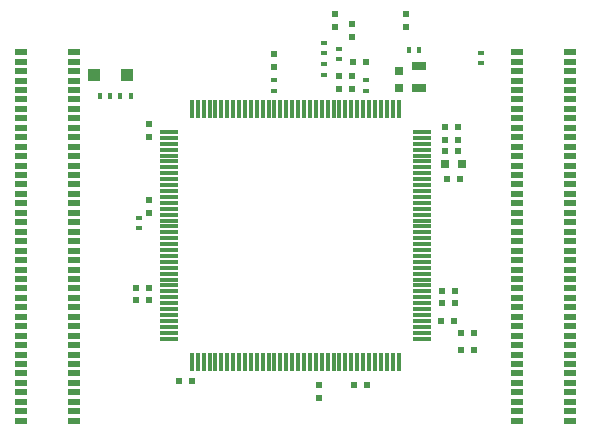
<source format=gbp>
G04 #@! TF.GenerationSoftware,KiCad,Pcbnew,(2017-02-19 revision a416f3a4e)-master*
G04 #@! TF.CreationDate,2017-03-09T22:42:25-08:00*
G04 #@! TF.ProjectId,Flight Computer,466C6967687420436F6D70757465722E,rev?*
G04 #@! TF.FileFunction,Paste,Bot*
G04 #@! TF.FilePolarity,Positive*
%FSLAX46Y46*%
G04 Gerber Fmt 4.6, Leading zero omitted, Abs format (unit mm)*
G04 Created by KiCad (PCBNEW (2017-02-19 revision a416f3a4e)-master) date 03/09/17 22:42:25*
%MOMM*%
%LPD*%
G01*
G04 APERTURE LIST*
%ADD10C,0.150000*%
%ADD11R,0.600000X0.400000*%
%ADD12R,0.600000X0.500000*%
%ADD13R,0.500000X0.600000*%
%ADD14R,0.400000X0.600000*%
%ADD15R,0.800000X0.750000*%
%ADD16R,0.750000X0.800000*%
%ADD17R,1.300000X0.700000*%
%ADD18R,1.100000X1.100000*%
%ADD19R,1.100000X0.500000*%
%ADD20R,0.300000X1.550000*%
%ADD21R,1.550000X0.300000*%
G04 APERTURE END LIST*
D10*
D11*
X61750000Y-103500000D03*
X61750000Y-104400000D03*
D12*
X87650000Y-95800000D03*
X88750000Y-95800000D03*
D13*
X78400526Y-86249723D03*
X78400526Y-87349723D03*
D12*
X87850000Y-100250000D03*
X88950000Y-100250000D03*
D14*
X58450526Y-93199723D03*
X59350526Y-93199723D03*
X60200526Y-93199723D03*
X61100526Y-93199723D03*
D12*
X88750000Y-96900000D03*
X87650000Y-96900000D03*
X87650000Y-97900000D03*
X88750000Y-97900000D03*
X88500000Y-109750000D03*
X87400000Y-109750000D03*
D13*
X78750000Y-91550000D03*
X78750000Y-92650000D03*
X62650000Y-103100000D03*
X62650000Y-102000000D03*
D12*
X61550000Y-110500000D03*
X62650000Y-110500000D03*
X65150000Y-117350000D03*
X66250000Y-117350000D03*
X88500000Y-110750000D03*
X87400000Y-110750000D03*
D13*
X62650000Y-95550000D03*
X62650000Y-96650000D03*
D12*
X61550000Y-109500000D03*
X62650000Y-109500000D03*
X88450000Y-112250000D03*
X87350000Y-112250000D03*
D13*
X73250000Y-89650000D03*
X73250000Y-90750000D03*
X77000526Y-118800000D03*
X77000526Y-117700000D03*
X79850000Y-92650000D03*
X79850000Y-91550000D03*
D12*
X79950000Y-117650000D03*
X81050000Y-117650000D03*
D15*
X87650000Y-99000000D03*
X89150000Y-99000000D03*
D16*
X83750000Y-92550000D03*
X83750000Y-91050000D03*
D11*
X73250000Y-92750000D03*
X73250000Y-91850000D03*
X81000000Y-92750000D03*
X81000000Y-91850000D03*
D17*
X85500000Y-90650000D03*
X85500000Y-92550000D03*
D14*
X85500000Y-89350000D03*
X84600000Y-89350000D03*
D13*
X84400000Y-86250000D03*
X84400000Y-87350000D03*
X79800000Y-88199723D03*
X79800000Y-87099723D03*
D12*
X89008772Y-114714876D03*
X90108772Y-114714876D03*
X89008772Y-113314876D03*
X90108772Y-113314876D03*
X81000000Y-90300000D03*
X79900000Y-90300000D03*
D11*
X78750000Y-89200000D03*
X78750000Y-90100000D03*
X77400526Y-90499723D03*
X77400526Y-91399723D03*
X77400526Y-89599723D03*
X77400526Y-88699723D03*
D18*
X58000526Y-91399723D03*
X60800526Y-91399723D03*
D19*
X98250435Y-89500076D03*
X93750435Y-89500076D03*
X98250435Y-90300076D03*
X93750435Y-90300076D03*
X98250435Y-91100076D03*
X93750435Y-91100076D03*
X98250435Y-91900076D03*
X93750435Y-91900076D03*
X98250435Y-92700076D03*
X93750435Y-92700076D03*
X98250435Y-93500076D03*
X93750435Y-93500076D03*
X98250435Y-94300076D03*
X93750435Y-94300076D03*
X98250435Y-95100076D03*
X93750435Y-95100076D03*
X98250435Y-95900076D03*
X93750435Y-95900076D03*
X98250435Y-96700076D03*
X93750435Y-96700076D03*
X98250435Y-97500076D03*
X93750435Y-97500076D03*
X98250435Y-98300076D03*
X93750435Y-98300076D03*
X98250435Y-99100076D03*
X93750435Y-99100076D03*
X98250435Y-99900076D03*
X93750435Y-99900076D03*
X98250435Y-100700076D03*
X93750435Y-100700076D03*
X98250435Y-101500076D03*
X93750435Y-101500076D03*
X98250435Y-102300076D03*
X93750435Y-102300076D03*
X98250435Y-103100076D03*
X93750435Y-103100076D03*
X98250435Y-103900076D03*
X93750435Y-103900076D03*
X98250435Y-104700076D03*
X93750435Y-104700076D03*
X98250435Y-105500076D03*
X93750435Y-105500076D03*
X98250435Y-106300076D03*
X93750435Y-106300076D03*
X98250435Y-107100076D03*
X93750435Y-107100076D03*
X98250435Y-107900076D03*
X93750435Y-107900076D03*
X98250435Y-108700076D03*
X93750435Y-108700076D03*
X98250435Y-109500076D03*
X93750435Y-109500076D03*
X98250435Y-110300076D03*
X93750435Y-110300076D03*
X98250435Y-111100076D03*
X93750435Y-111100076D03*
X98250435Y-111900076D03*
X93750435Y-111900076D03*
X98250435Y-112700076D03*
X93750435Y-112700076D03*
X98250435Y-113500076D03*
X93750435Y-113500076D03*
X98250435Y-114300076D03*
X93750435Y-114300076D03*
X98250435Y-115100076D03*
X93750435Y-115100076D03*
X98250435Y-115900076D03*
X93750435Y-115900076D03*
X98250435Y-116700076D03*
X93750435Y-116700076D03*
X98250435Y-117500076D03*
X93750435Y-117500076D03*
X98250435Y-118300076D03*
X93750435Y-118300076D03*
X98250435Y-119100076D03*
X93750435Y-119100076D03*
X98250435Y-119900076D03*
X93750435Y-119900076D03*
X98250435Y-120700076D03*
X93750435Y-120700076D03*
X56250435Y-89500076D03*
X51750435Y-89500076D03*
X56250435Y-90300076D03*
X51750435Y-90300076D03*
X56250435Y-91100076D03*
X51750435Y-91100076D03*
X56250435Y-91900076D03*
X51750435Y-91900076D03*
X56250435Y-92700076D03*
X51750435Y-92700076D03*
X56250435Y-93500076D03*
X51750435Y-93500076D03*
X56250435Y-94300076D03*
X51750435Y-94300076D03*
X56250435Y-95100076D03*
X51750435Y-95100076D03*
X56250435Y-95900076D03*
X51750435Y-95900076D03*
X56250435Y-96700076D03*
X51750435Y-96700076D03*
X56250435Y-97500076D03*
X51750435Y-97500076D03*
X56250435Y-98300076D03*
X51750435Y-98300076D03*
X56250435Y-99100076D03*
X51750435Y-99100076D03*
X56250435Y-99900076D03*
X51750435Y-99900076D03*
X56250435Y-100700076D03*
X51750435Y-100700076D03*
X56250435Y-101500076D03*
X51750435Y-101500076D03*
X56250435Y-102300076D03*
X51750435Y-102300076D03*
X56250435Y-103100076D03*
X51750435Y-103100076D03*
X56250435Y-103900076D03*
X51750435Y-103900076D03*
X56250435Y-104700076D03*
X51750435Y-104700076D03*
X56250435Y-105500076D03*
X51750435Y-105500076D03*
X56250435Y-106300076D03*
X51750435Y-106300076D03*
X56250435Y-107100076D03*
X51750435Y-107100076D03*
X56250435Y-107900076D03*
X51750435Y-107900076D03*
X56250435Y-108700076D03*
X51750435Y-108700076D03*
X56250435Y-109500076D03*
X51750435Y-109500076D03*
X56250435Y-110300076D03*
X51750435Y-110300076D03*
X56250435Y-111100076D03*
X51750435Y-111100076D03*
X56250435Y-111900076D03*
X51750435Y-111900076D03*
X56250435Y-112700076D03*
X51750435Y-112700076D03*
X56250435Y-113500076D03*
X51750435Y-113500076D03*
X56250435Y-114300076D03*
X51750435Y-114300076D03*
X56250435Y-115100076D03*
X51750435Y-115100076D03*
X56250435Y-115900076D03*
X51750435Y-115900076D03*
X56250435Y-116700076D03*
X51750435Y-116700076D03*
X56250435Y-117500076D03*
X51750435Y-117500076D03*
X56250435Y-118300076D03*
X51750435Y-118300076D03*
X56250435Y-119100076D03*
X51750435Y-119100076D03*
X56250435Y-119900076D03*
X51750435Y-119900076D03*
X56250435Y-120700076D03*
X51750435Y-120700076D03*
D20*
X83750435Y-94300076D03*
X83250435Y-94300076D03*
X82750435Y-94300076D03*
X82250435Y-94300076D03*
X81750435Y-94300076D03*
X81250435Y-94300076D03*
X80750435Y-94300076D03*
X80250435Y-94300076D03*
X79750435Y-94300076D03*
X79250435Y-94300076D03*
X78750435Y-94300076D03*
X78250435Y-94300076D03*
X77750435Y-94300076D03*
X77250435Y-94300076D03*
X76750435Y-94300076D03*
X76250435Y-94300076D03*
X75750435Y-94300076D03*
X75250435Y-94300076D03*
X74750435Y-94300076D03*
X74250435Y-94300076D03*
X73750435Y-94300076D03*
X73250435Y-94300076D03*
X72750435Y-94300076D03*
X72250435Y-94300076D03*
X71750435Y-94300076D03*
X71250435Y-94300076D03*
X70750435Y-94300076D03*
X70250435Y-94300076D03*
X69750435Y-94300076D03*
X69250435Y-94300076D03*
X68750435Y-94300076D03*
X68250435Y-94300076D03*
X67750435Y-94300076D03*
X67250435Y-94300076D03*
X66750435Y-94300076D03*
X66250435Y-94300076D03*
D21*
X64300435Y-96250076D03*
X64300435Y-96750076D03*
X64300435Y-97250076D03*
X64300435Y-97750076D03*
X64300435Y-98250076D03*
X64300435Y-98750076D03*
X64300435Y-99250076D03*
X64300435Y-99750076D03*
X64300435Y-100250076D03*
X64300435Y-100750076D03*
X64300435Y-101250076D03*
X64300435Y-101750076D03*
X64300435Y-102250076D03*
X64300435Y-102750076D03*
X64300435Y-103250076D03*
X64300435Y-103750076D03*
X64300435Y-104250076D03*
X64300435Y-104750076D03*
X64300435Y-105250076D03*
X64300435Y-105750076D03*
X64300435Y-106250076D03*
X64300435Y-106750076D03*
X64300435Y-107250076D03*
X64300435Y-107750076D03*
X64300435Y-108250076D03*
X64300435Y-108750076D03*
X64300435Y-109250076D03*
X64300435Y-109750076D03*
X64300435Y-110250076D03*
X64300435Y-110750076D03*
X64300435Y-111250076D03*
X64300435Y-111750076D03*
X64300435Y-112250076D03*
X64300435Y-112750076D03*
X64300435Y-113250076D03*
X64300435Y-113750076D03*
D20*
X66250435Y-115700076D03*
X66750435Y-115700076D03*
X67250435Y-115700076D03*
X67750435Y-115700076D03*
X68250435Y-115700076D03*
X68750435Y-115700076D03*
X69250435Y-115700076D03*
X69750435Y-115700076D03*
X70250435Y-115700076D03*
X70750435Y-115700076D03*
X71250435Y-115700076D03*
X71750435Y-115700076D03*
X72250435Y-115700076D03*
X72750435Y-115700076D03*
X73250435Y-115700076D03*
X73750435Y-115700076D03*
X74250435Y-115700076D03*
X74750435Y-115700076D03*
X75250435Y-115700076D03*
X75750435Y-115700076D03*
X76250435Y-115700076D03*
X76750435Y-115700076D03*
X77250435Y-115700076D03*
X77750435Y-115700076D03*
X78250435Y-115700076D03*
X78750435Y-115700076D03*
X79250435Y-115700076D03*
X79750435Y-115700076D03*
X80250435Y-115700076D03*
X80750435Y-115700076D03*
X81250435Y-115700076D03*
X81750435Y-115700076D03*
X82250435Y-115700076D03*
X82750435Y-115700076D03*
X83250435Y-115700076D03*
X83750435Y-115700076D03*
D21*
X85700435Y-113750076D03*
X85700435Y-113250076D03*
X85700435Y-112750076D03*
X85700435Y-112250076D03*
X85700435Y-111750076D03*
X85700435Y-111250076D03*
X85700435Y-110750076D03*
X85700435Y-110250076D03*
X85700435Y-109750076D03*
X85700435Y-109250076D03*
X85700435Y-108750076D03*
X85700435Y-108250076D03*
X85700435Y-107750076D03*
X85700435Y-107250076D03*
X85700435Y-106750076D03*
X85700435Y-106250076D03*
X85700435Y-105750076D03*
X85700435Y-105250076D03*
X85700435Y-104750076D03*
X85700435Y-104250076D03*
X85700435Y-103750076D03*
X85700435Y-103250076D03*
X85700435Y-102750076D03*
X85700435Y-102250076D03*
X85700435Y-101750076D03*
X85700435Y-101250076D03*
X85700435Y-100750076D03*
X85700435Y-100250076D03*
X85700435Y-99750076D03*
X85700435Y-99250076D03*
X85700435Y-98750076D03*
X85700435Y-98250076D03*
X85700435Y-97750076D03*
X85700435Y-97250076D03*
X85700435Y-96750076D03*
X85700435Y-96250076D03*
D11*
X90700526Y-89549723D03*
X90700526Y-90449723D03*
M02*

</source>
